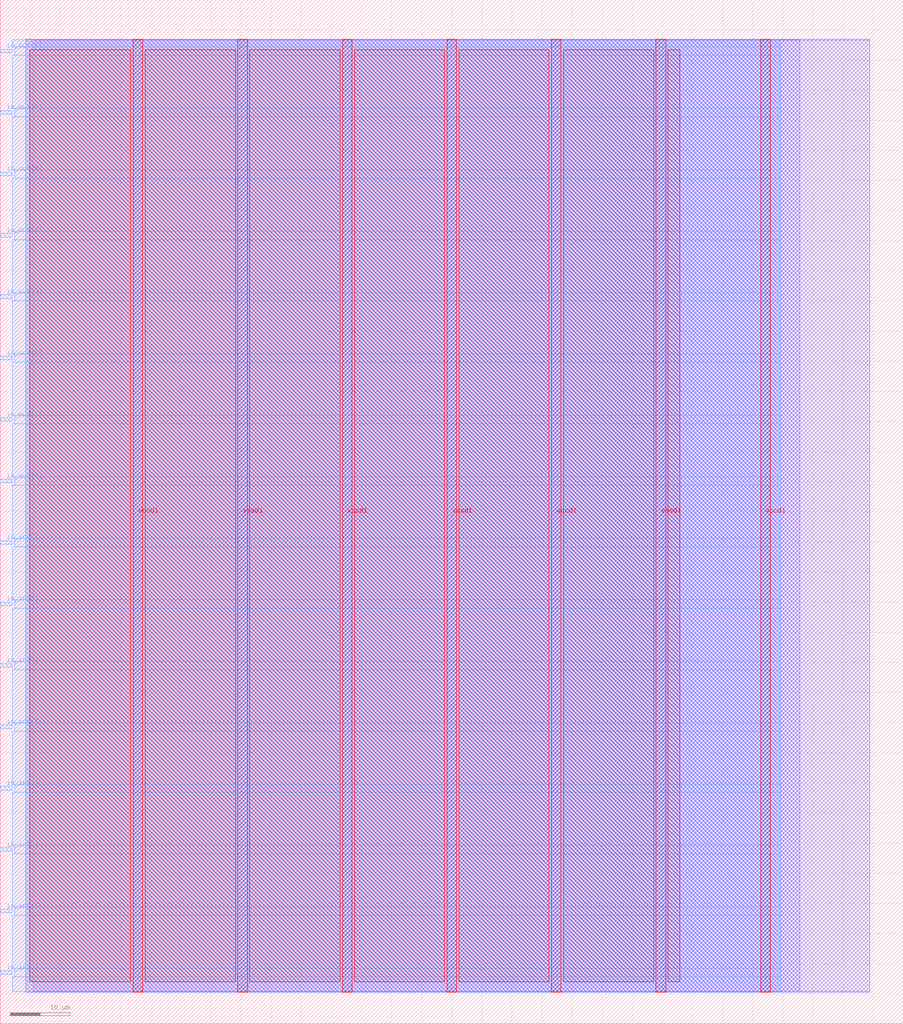
<source format=lef>
VERSION 5.7 ;
  NOWIREEXTENSIONATPIN ON ;
  DIVIDERCHAR "/" ;
  BUSBITCHARS "[]" ;
MACRO wren6991_whisk_tt2_io_wrapper
  CLASS BLOCK ;
  FOREIGN wren6991_whisk_tt2_io_wrapper ;
  ORIGIN 0.000 0.000 ;
  SIZE 150.000 BY 170.000 ;
  PIN io_in[0]
    DIRECTION INPUT ;
    USE SIGNAL ;
    PORT
      LAYER met3 ;
        RECT 0.000 8.200 2.000 8.800 ;
    END
  END io_in[0]
  PIN io_in[1]
    DIRECTION INPUT ;
    USE SIGNAL ;
    PORT
      LAYER met3 ;
        RECT 0.000 18.400 2.000 19.000 ;
    END
  END io_in[1]
  PIN io_in[2]
    DIRECTION INPUT ;
    USE SIGNAL ;
    PORT
      LAYER met3 ;
        RECT 0.000 28.600 2.000 29.200 ;
    END
  END io_in[2]
  PIN io_in[3]
    DIRECTION INPUT ;
    USE SIGNAL ;
    PORT
      LAYER met3 ;
        RECT 0.000 38.800 2.000 39.400 ;
    END
  END io_in[3]
  PIN io_in[4]
    DIRECTION INPUT ;
    USE SIGNAL ;
    PORT
      LAYER met3 ;
        RECT 0.000 49.000 2.000 49.600 ;
    END
  END io_in[4]
  PIN io_in[5]
    DIRECTION INPUT ;
    USE SIGNAL ;
    PORT
      LAYER met3 ;
        RECT 0.000 59.200 2.000 59.800 ;
    END
  END io_in[5]
  PIN io_in[6]
    DIRECTION INPUT ;
    USE SIGNAL ;
    PORT
      LAYER met3 ;
        RECT 0.000 69.400 2.000 70.000 ;
    END
  END io_in[6]
  PIN io_in[7]
    DIRECTION INPUT ;
    USE SIGNAL ;
    PORT
      LAYER met3 ;
        RECT 0.000 79.600 2.000 80.200 ;
    END
  END io_in[7]
  PIN io_out[0]
    DIRECTION OUTPUT TRISTATE ;
    USE SIGNAL ;
    PORT
      LAYER met3 ;
        RECT 0.000 89.800 2.000 90.400 ;
    END
  END io_out[0]
  PIN io_out[1]
    DIRECTION OUTPUT TRISTATE ;
    USE SIGNAL ;
    PORT
      LAYER met3 ;
        RECT 0.000 100.000 2.000 100.600 ;
    END
  END io_out[1]
  PIN io_out[2]
    DIRECTION OUTPUT TRISTATE ;
    USE SIGNAL ;
    PORT
      LAYER met3 ;
        RECT 0.000 110.200 2.000 110.800 ;
    END
  END io_out[2]
  PIN io_out[3]
    DIRECTION OUTPUT TRISTATE ;
    USE SIGNAL ;
    PORT
      LAYER met3 ;
        RECT 0.000 120.400 2.000 121.000 ;
    END
  END io_out[3]
  PIN io_out[4]
    DIRECTION OUTPUT TRISTATE ;
    USE SIGNAL ;
    PORT
      LAYER met3 ;
        RECT 0.000 130.600 2.000 131.200 ;
    END
  END io_out[4]
  PIN io_out[5]
    DIRECTION OUTPUT TRISTATE ;
    USE SIGNAL ;
    PORT
      LAYER met3 ;
        RECT 0.000 140.800 2.000 141.400 ;
    END
  END io_out[5]
  PIN io_out[6]
    DIRECTION OUTPUT TRISTATE ;
    USE SIGNAL ;
    PORT
      LAYER met3 ;
        RECT 0.000 151.000 2.000 151.600 ;
    END
  END io_out[6]
  PIN io_out[7]
    DIRECTION OUTPUT TRISTATE ;
    USE SIGNAL ;
    PORT
      LAYER met3 ;
        RECT 0.000 161.200 2.000 161.800 ;
    END
  END io_out[7]
  PIN vccd1
    DIRECTION INOUT ;
    USE POWER ;
    PORT
      LAYER met4 ;
        RECT 22.090 5.200 23.690 163.440 ;
    END
    PORT
      LAYER met4 ;
        RECT 56.830 5.200 58.430 163.440 ;
    END
    PORT
      LAYER met4 ;
        RECT 91.570 5.200 93.170 163.440 ;
    END
    PORT
      LAYER met4 ;
        RECT 126.310 5.200 127.910 163.440 ;
    END
  END vccd1
  PIN vssd1
    DIRECTION INOUT ;
    USE GROUND ;
    PORT
      LAYER met4 ;
        RECT 39.460 5.200 41.060 163.440 ;
    END
    PORT
      LAYER met4 ;
        RECT 74.200 5.200 75.800 163.440 ;
    END
    PORT
      LAYER met4 ;
        RECT 108.940 5.200 110.540 163.440 ;
    END
  END vssd1
  OBS
      LAYER li1 ;
        RECT 5.520 5.355 144.440 163.285 ;
      LAYER met1 ;
        RECT 4.210 5.200 144.440 163.440 ;
      LAYER met2 ;
        RECT 4.240 5.255 132.840 163.385 ;
      LAYER met3 ;
        RECT 2.000 162.200 129.655 163.365 ;
        RECT 2.400 160.800 129.655 162.200 ;
        RECT 2.000 152.000 129.655 160.800 ;
        RECT 2.400 150.600 129.655 152.000 ;
        RECT 2.000 141.800 129.655 150.600 ;
        RECT 2.400 140.400 129.655 141.800 ;
        RECT 2.000 131.600 129.655 140.400 ;
        RECT 2.400 130.200 129.655 131.600 ;
        RECT 2.000 121.400 129.655 130.200 ;
        RECT 2.400 120.000 129.655 121.400 ;
        RECT 2.000 111.200 129.655 120.000 ;
        RECT 2.400 109.800 129.655 111.200 ;
        RECT 2.000 101.000 129.655 109.800 ;
        RECT 2.400 99.600 129.655 101.000 ;
        RECT 2.000 90.800 129.655 99.600 ;
        RECT 2.400 89.400 129.655 90.800 ;
        RECT 2.000 80.600 129.655 89.400 ;
        RECT 2.400 79.200 129.655 80.600 ;
        RECT 2.000 70.400 129.655 79.200 ;
        RECT 2.400 69.000 129.655 70.400 ;
        RECT 2.000 60.200 129.655 69.000 ;
        RECT 2.400 58.800 129.655 60.200 ;
        RECT 2.000 50.000 129.655 58.800 ;
        RECT 2.400 48.600 129.655 50.000 ;
        RECT 2.000 39.800 129.655 48.600 ;
        RECT 2.400 38.400 129.655 39.800 ;
        RECT 2.000 29.600 129.655 38.400 ;
        RECT 2.400 28.200 129.655 29.600 ;
        RECT 2.000 19.400 129.655 28.200 ;
        RECT 2.400 18.000 129.655 19.400 ;
        RECT 2.000 9.200 129.655 18.000 ;
        RECT 2.400 7.800 129.655 9.200 ;
        RECT 2.000 5.275 129.655 7.800 ;
      LAYER met4 ;
        RECT 4.895 6.975 21.690 161.665 ;
        RECT 24.090 6.975 39.060 161.665 ;
        RECT 41.460 6.975 56.430 161.665 ;
        RECT 58.830 6.975 73.800 161.665 ;
        RECT 76.200 6.975 91.170 161.665 ;
        RECT 93.570 6.975 108.540 161.665 ;
        RECT 110.940 6.975 112.865 161.665 ;
  END
END wren6991_whisk_tt2_io_wrapper
END LIBRARY


</source>
